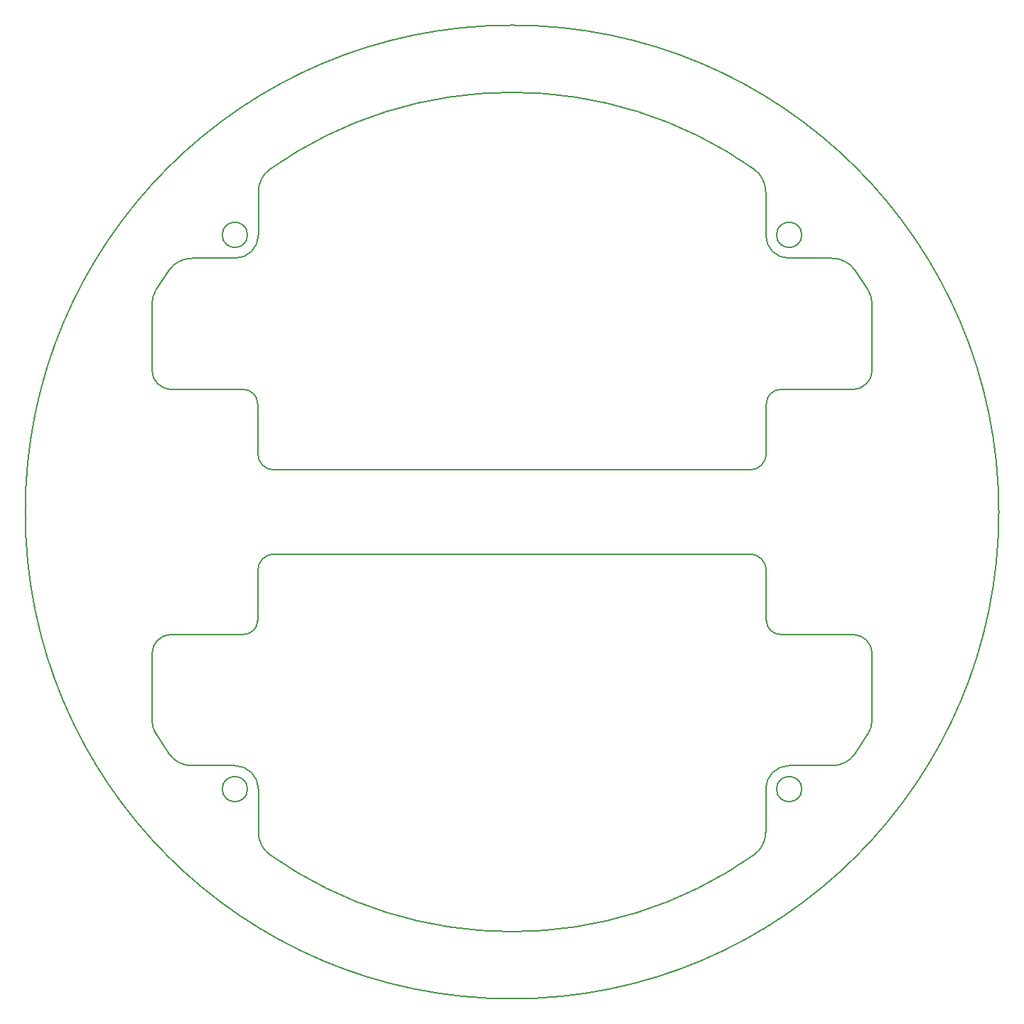
<source format=gbr>
%TF.GenerationSoftware,KiCad,Pcbnew,7.0.11*%
%TF.CreationDate,2025-01-20T01:48:30+09:00*%
%TF.ProjectId,Line,4c696e65-2e6b-4696-9361-645f70636258,rev?*%
%TF.SameCoordinates,Original*%
%TF.FileFunction,Profile,NP*%
%FSLAX46Y46*%
G04 Gerber Fmt 4.6, Leading zero omitted, Abs format (unit mm)*
G04 Created by KiCad (PCBNEW 7.0.11) date 2025-01-20 01:48:30*
%MOMM*%
%LPD*%
G01*
G04 APERTURE LIST*
%TA.AperFunction,Profile*%
%ADD10C,0.200000*%
%TD*%
G04 APERTURE END LIST*
D10*
X124094000Y-106600000D02*
X180702352Y-106600000D01*
X120879242Y-134618934D02*
G75*
G03*
X117879242Y-134618934I-1500000J0D01*
G01*
X117879242Y-134618934D02*
G75*
G03*
X120879242Y-134618934I1500000J0D01*
G01*
X182621286Y-134618934D02*
X182621286Y-139755877D01*
X193253947Y-72776294D02*
X194798091Y-75100053D01*
X184398352Y-87004152D02*
G75*
G03*
X182702352Y-88700175I48J-1696048D01*
G01*
X182702400Y-108600000D02*
G75*
G03*
X180702352Y-106600000I-2000000J0D01*
G01*
X182621286Y-63444123D02*
X182621286Y-68581066D01*
X181221870Y-142455755D02*
G75*
G03*
X182621286Y-139755877I-1904670J2699855D01*
G01*
X111542405Y-130423706D02*
X109998261Y-128099947D01*
X109496025Y-84700000D02*
G75*
G03*
X111800196Y-87004175I2304175J0D01*
G01*
X114242298Y-71376890D02*
X119379242Y-71376890D01*
X193253955Y-72776288D02*
G75*
G03*
X190554054Y-71376890I-2699855J-1904712D01*
G01*
X185417110Y-131823086D02*
G75*
G03*
X182621286Y-134618934I-10J-2795814D01*
G01*
X111800196Y-116195825D02*
X120398000Y-116195825D01*
X182702375Y-114499825D02*
G75*
G03*
X184398352Y-116195825I1696025J25D01*
G01*
X190554054Y-131823110D02*
X185417110Y-131823110D01*
X124094000Y-106600000D02*
G75*
G03*
X122094000Y-108600000I0J-2000000D01*
G01*
X122094000Y-114499825D02*
X122094000Y-108600000D01*
X180702352Y-96600000D02*
X124094000Y-96600000D01*
X122175067Y-139755877D02*
G75*
G03*
X123574470Y-142455770I3304133J-23D01*
G01*
X185417110Y-71376890D02*
X190554054Y-71376890D01*
X122094025Y-88700175D02*
G75*
G03*
X120398000Y-87004175I-1696025J-25D01*
G01*
X195300332Y-118500000D02*
X195300332Y-126348737D01*
X111800196Y-116195820D02*
G75*
G03*
X109496020Y-118500000I4J-2304180D01*
G01*
X195300375Y-118500000D02*
G75*
G03*
X192996156Y-116195825I-2304175J0D01*
G01*
X122094000Y-94600000D02*
G75*
G03*
X124094000Y-96600000I2000000J0D01*
G01*
X180702352Y-96600052D02*
G75*
G03*
X182702352Y-94600000I-52J2000052D01*
G01*
X192996156Y-87004232D02*
G75*
G03*
X195300332Y-84700000I-56J2304232D01*
G01*
X190554054Y-131823097D02*
G75*
G03*
X193253947Y-130423706I-54J3304297D01*
G01*
X122094000Y-94600000D02*
X122094000Y-88700175D01*
X111542395Y-130423713D02*
G75*
G03*
X114242298Y-131823110I2699905J1904813D01*
G01*
X120398000Y-87004175D02*
X111800196Y-87004175D01*
X181221881Y-60744230D02*
G75*
G03*
X123574471Y-60744230I-28823705J-40855773D01*
G01*
X194798091Y-128099947D02*
X193253947Y-130423706D01*
X182702352Y-88700175D02*
X182702352Y-94600000D01*
X186917110Y-68581066D02*
G75*
G03*
X183917110Y-68581066I-1500000J0D01*
G01*
X183917110Y-68581066D02*
G75*
G03*
X186917110Y-68581066I1500000J0D01*
G01*
X182621310Y-68581066D02*
G75*
G03*
X185417110Y-71376890I2795790J-34D01*
G01*
X123574470Y-60744229D02*
G75*
G03*
X122175066Y-63444123I1904730J-2699871D01*
G01*
X120398000Y-116195800D02*
G75*
G03*
X122094000Y-114499825I0J1696000D01*
G01*
X182702352Y-108600000D02*
X182702352Y-114499825D01*
X120879242Y-68581066D02*
G75*
G03*
X117879242Y-68581066I-1500000J0D01*
G01*
X117879242Y-68581066D02*
G75*
G03*
X120879242Y-68581066I1500000J0D01*
G01*
X109998277Y-75100063D02*
G75*
G03*
X109496020Y-76851263I2801923J-1751237D01*
G01*
X109998261Y-75100053D02*
X111542405Y-72776294D01*
X122175066Y-68581066D02*
X122175066Y-63444123D01*
X192996156Y-87004175D02*
X184398352Y-87004175D01*
X122174990Y-134618934D02*
G75*
G03*
X119379242Y-131823110I-2795790J34D01*
G01*
X184398352Y-116195825D02*
X192996156Y-116195825D01*
X186917110Y-134618934D02*
G75*
G03*
X183917110Y-134618934I-1500000J0D01*
G01*
X183917110Y-134618934D02*
G75*
G03*
X186917110Y-134618934I1500000J0D01*
G01*
X210398176Y-101600000D02*
G75*
G03*
X94398176Y-101600000I-58000000J0D01*
G01*
X94398176Y-101600000D02*
G75*
G03*
X210398176Y-101600000I58000000J0D01*
G01*
X114242298Y-71376903D02*
G75*
G03*
X111542405Y-72776294I2J-3304197D01*
G01*
X109496020Y-126348737D02*
X109496020Y-118500000D01*
X122175066Y-139755877D02*
X122175066Y-134618934D01*
X119379242Y-71376966D02*
G75*
G03*
X122175066Y-68581066I-42J2795866D01*
G01*
X109496002Y-126348737D02*
G75*
G03*
X109998261Y-128099947I3304198J37D01*
G01*
X182621263Y-63444123D02*
G75*
G03*
X181221882Y-60744230I-3304163J23D01*
G01*
X119379242Y-131823110D02*
X114242298Y-131823110D01*
X195300332Y-76851263D02*
X195300332Y-84700000D01*
X123574471Y-142455770D02*
G75*
G03*
X181221881Y-142455770I28823705J40855773D01*
G01*
X194798108Y-128099957D02*
G75*
G03*
X195300332Y-126348737I-2802208J1751257D01*
G01*
X109496020Y-84700000D02*
X109496020Y-76851263D01*
X195300335Y-76851263D02*
G75*
G03*
X194798091Y-75100053I-3303935J63D01*
G01*
M02*

</source>
